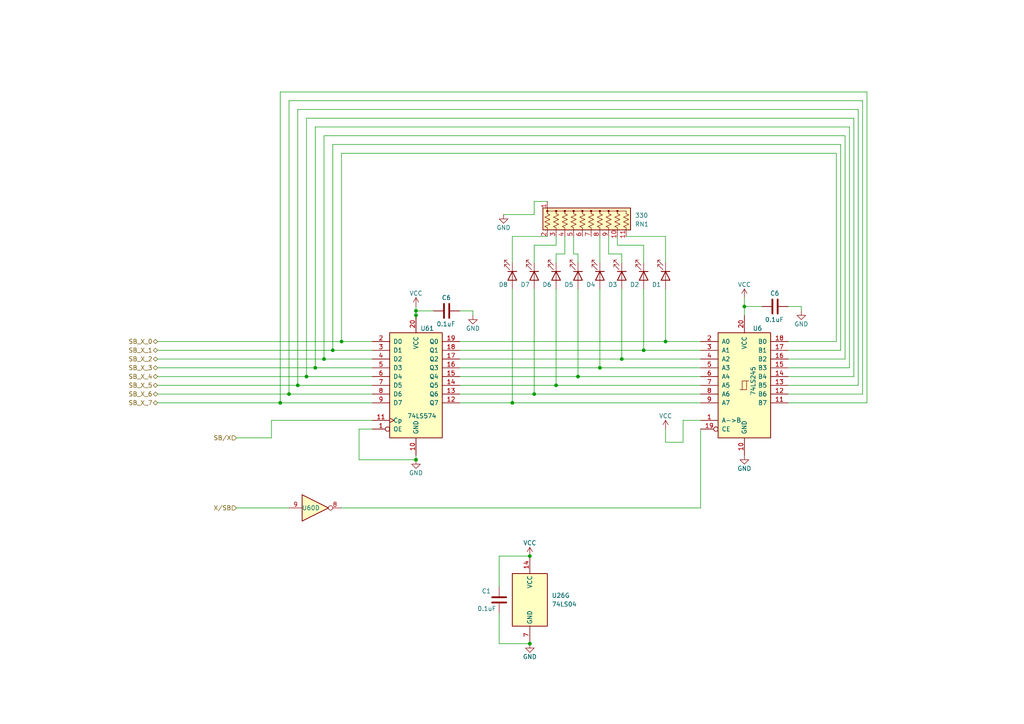
<source format=kicad_sch>
(kicad_sch (version 20230121) (generator eeschema)
  (paper "A4")
  (title_block (title "X Register") (date "2023-07-20") (rev "1"))
  (lib_symbols
    (symbol "74xx:74LS04"
      (property "Reference" "U" (at 0 1.27 0))
      (property "Value" "74LS04" (at 0 -1.27 0))
      (symbol "74LS04_1_0"
        (polyline (pts (xy -3.81 3.81) (xy -3.81 -3.81) (xy 3.81 0) (xy -3.81 3.81)) (stroke (width 0.254)) (fill (type background)))
        (pin input line (at -7.62 0 0) (length 3.81) (name "~") (number "1"))
        (pin output inverted (at 7.62 0 180) (length 3.81) (name "~") (number "2"))
      )
      (symbol "74LS04_2_0"
        (polyline (pts (xy -3.81 3.81) (xy -3.81 -3.81) (xy 3.81 0) (xy -3.81 3.81)) (stroke (width 0.254)) (fill (type background)))
        (pin input line (at -7.62 0 0) (length 3.81) (name "~") (number "3"))
        (pin output inverted (at 7.62 0 180) (length 3.81) (name "~") (number "4"))
      )
      (symbol "74LS04_3_0"
        (polyline (pts (xy -3.81 3.81) (xy -3.81 -3.81) (xy 3.81 0) (xy -3.81 3.81)) (stroke (width 0.254)) (fill (type background)))
        (pin input line (at -7.62 0 0) (length 3.81) (name "~") (number "5"))
        (pin output inverted (at 7.62 0 180) (length 3.81) (name "~") (number "6"))
      )
      (symbol "74LS04_4_0"
        (polyline (pts (xy -3.81 3.81) (xy -3.81 -3.81) (xy 3.81 0) (xy -3.81 3.81)) (stroke (width 0.254)) (fill (type background)))
        (pin output inverted (at 7.62 0 180) (length 3.81) (name "~") (number "8"))
        (pin input line (at -7.62 0 0) (length 3.81) (name "~") (number "9"))
      )
      (symbol "74LS04_5_0"
        (polyline (pts (xy -3.81 3.81) (xy -3.81 -3.81) (xy 3.81 0) (xy -3.81 3.81)) (stroke (width 0.254)) (fill (type background)))
        (pin output inverted (at 7.62 0 180) (length 3.81) (name "~") (number "10"))
        (pin input line (at -7.62 0 0) (length 3.81) (name "~") (number "11"))
      )
      (symbol "74LS04_6_0"
        (polyline (pts (xy -3.81 3.81) (xy -3.81 -3.81) (xy 3.81 0) (xy -3.81 3.81)) (stroke (width 0.254)) (fill (type background)))
        (pin output inverted (at 7.62 0 180) (length 3.81) (name "~") (number "12"))
        (pin input line (at -7.62 0 0) (length 3.81) (name "~") (number "13"))
      )
      (symbol "74LS04_7_0"
        (pin power_in line (at 0 12.7 270) (length 5.08) (name "VCC") (number "14"))
        (pin power_in line (at 0 -12.7 90) (length 5.08) (name "GND") (number "7"))
      )
      (symbol "74LS04_7_1"
        (rectangle (start -5.08 7.62) (end 5.08 -7.62) (stroke (width 0.254)) (fill (type background)))
      )
    )
    (symbol "74xx:74LS245" (pin_names (offset 1.016))
      (property "Reference" "U" (at -7.62 16.51 0))
      (property "Value" "74LS245" (at -7.62 -16.51 0))
      (symbol "74LS245_1_0"
        (polyline (pts (xy -0.635 -1.27) (xy -0.635 1.27) (xy 0.635 1.27)))
        (polyline (pts (xy -1.27 -1.27) (xy 0.635 -1.27) (xy 0.635 1.27) (xy 1.27 1.27)))
        (pin input line (at -12.7 -10.16 0) (length 5.08) (name "A->B") (number "1"))
        (pin power_in line (at 0 -20.32 90) (length 5.08) (name "GND") (number "10"))
        (pin tri_state line (at 12.7 -5.08 180) (length 5.08) (name "B7") (number "11"))
        (pin tri_state line (at 12.7 -2.54 180) (length 5.08) (name "B6") (number "12"))
        (pin tri_state line (at 12.7 0 180) (length 5.08) (name "B5") (number "13"))
        (pin tri_state line (at 12.7 2.54 180) (length 5.08) (name "B4") (number "14"))
        (pin tri_state line (at 12.7 5.08 180) (length 5.08) (name "B3") (number "15"))
        (pin tri_state line (at 12.7 7.62 180) (length 5.08) (name "B2") (number "16"))
        (pin tri_state line (at 12.7 10.16 180) (length 5.08) (name "B1") (number "17"))
        (pin tri_state line (at 12.7 12.7 180) (length 5.08) (name "B0") (number "18"))
        (pin input inverted (at -12.7 -12.7 0) (length 5.08) (name "CE") (number "19"))
        (pin tri_state line (at -12.7 12.7 0) (length 5.08) (name "A0") (number "2"))
        (pin power_in line (at 0 20.32 270) (length 5.08) (name "VCC") (number "20"))
        (pin tri_state line (at -12.7 10.16 0) (length 5.08) (name "A1") (number "3"))
        (pin tri_state line (at -12.7 7.62 0) (length 5.08) (name "A2") (number "4"))
        (pin tri_state line (at -12.7 5.08 0) (length 5.08) (name "A3") (number "5"))
        (pin tri_state line (at -12.7 2.54 0) (length 5.08) (name "A4") (number "6"))
        (pin tri_state line (at -12.7 0 0) (length 5.08) (name "A5") (number "7"))
        (pin tri_state line (at -12.7 -2.54 0) (length 5.08) (name "A6") (number "8"))
        (pin tri_state line (at -12.7 -5.08 0) (length 5.08) (name "A7") (number "9"))
      )
      (symbol "74LS245_1_1"
        (rectangle (start -7.62 15.24) (end 7.62 -15.24) (stroke (width 0.254)) (fill (type background)))
      )
    )
    (symbol "74xx:74LS574" (pin_names (offset 1.016))
      (property "Reference" "U" (at -7.62 16.51 0))
      (property "Value" "74LS574" (at -7.62 -16.51 0))
      (symbol "74LS574_1_0"
        (pin input inverted (at -12.7 -12.7 0) (length 5.08) (name "OE") (number "1"))
        (pin power_in line (at 0 -20.32 90) (length 5.08) (name "GND") (number "10"))
        (pin input clock (at -12.7 -10.16 0) (length 5.08) (name "Cp") (number "11"))
        (pin tri_state line (at 12.7 -5.08 180) (length 5.08) (name "Q7") (number "12"))
        (pin tri_state line (at 12.7 -2.54 180) (length 5.08) (name "Q6") (number "13"))
        (pin tri_state line (at 12.7 0 180) (length 5.08) (name "Q5") (number "14"))
        (pin tri_state line (at 12.7 2.54 180) (length 5.08) (name "Q4") (number "15"))
        (pin tri_state line (at 12.7 5.08 180) (length 5.08) (name "Q3") (number "16"))
        (pin tri_state line (at 12.7 7.62 180) (length 5.08) (name "Q2") (number "17"))
        (pin tri_state line (at 12.7 10.16 180) (length 5.08) (name "Q1") (number "18"))
        (pin tri_state line (at 12.7 12.7 180) (length 5.08) (name "Q0") (number "19"))
        (pin input line (at -12.7 12.7 0) (length 5.08) (name "D0") (number "2"))
        (pin power_in line (at 0 20.32 270) (length 5.08) (name "VCC") (number "20"))
        (pin input line (at -12.7 10.16 0) (length 5.08) (name "D1") (number "3"))
        (pin input line (at -12.7 7.62 0) (length 5.08) (name "D2") (number "4"))
        (pin input line (at -12.7 5.08 0) (length 5.08) (name "D3") (number "5"))
        (pin input line (at -12.7 2.54 0) (length 5.08) (name "D4") (number "6"))
        (pin input line (at -12.7 0 0) (length 5.08) (name "D5") (number "7"))
        (pin input line (at -12.7 -2.54 0) (length 5.08) (name "D6") (number "8"))
        (pin input line (at -12.7 -5.08 0) (length 5.08) (name "D7") (number "9"))
      )
      (symbol "74LS574_1_1"
        (rectangle (start -7.62 15.24) (end 7.62 -15.24) (stroke (width 0.254)) (fill (type background)))
      )
    )
    (symbol "Device:C" (pin_numbers hide) (pin_names (offset 0.254))
      (property "Reference" "C" (at 0.635 2.54 0))
      (property "Value" "C" (at 0.635 -2.54 0))
      (symbol "C_0_1"
        (polyline (pts (xy -2.032 -0.762) (xy 2.032 -0.762)) (stroke (width 0.508)))
        (polyline (pts (xy -2.032 0.762) (xy 2.032 0.762)) (stroke (width 0.508)))
      )
      (symbol "C_1_1"
        (pin passive line (at 0 3.81 270) (length 2.794) (name "~") (number "1"))
        (pin passive line (at 0 -3.81 90) (length 2.794) (name "~") (number "2"))
      )
    )
    (symbol "Device:LED" (pin_numbers hide) (pin_names (offset 1.016) hide)
      (property "Reference" "D" (at 0 2.54 0))
      (property "Value" "LED" (at 0 -2.54 0))
      (symbol "LED_0_1"
        (polyline (pts (xy -1.27 -1.27) (xy -1.27 1.27)) (stroke (width 0.254)))
        (polyline (pts (xy -1.27 0) (xy 1.27 0)))
        (polyline (pts (xy 1.27 -1.27) (xy 1.27 1.27) (xy -1.27 0) (xy 1.27 -1.27)) (stroke (width 0.254)))
        (polyline (pts (xy -3.048 -0.762) (xy -4.572 -2.286) (xy -3.81 -2.286) (xy -4.572 -2.286) (xy -4.572 -1.524)))
        (polyline (pts (xy -1.778 -0.762) (xy -3.302 -2.286) (xy -2.54 -2.286) (xy -3.302 -2.286) (xy -3.302 -1.524)))
      )
      (symbol "LED_1_1"
        (pin passive line (at -3.81 0 0) (length 2.54) (name "K") (number "1"))
        (pin passive line (at 3.81 0 180) (length 2.54) (name "A") (number "2"))
      )
    )
    (symbol "Device:R_Network10_US" (pin_names (offset 0) hide)
      (property "Reference" "RN" (at -15.24 0 90))
      (property "Value" "R_Network10_US" (at 12.7 0 90))
      (symbol "R_Network10_US_0_1"
        (rectangle (start -13.97 -3.175) (end 11.43 3.175) (stroke (width 0.254)) (fill (type background)))
        (circle (center -12.7 2.286) (radius 0.254) (fill (type outline)))
        (circle (center -10.16 2.286) (radius 0.254) (fill (type outline)))
        (circle (center -7.62 2.286) (radius 0.254) (fill (type outline)))
        (circle (center -5.08 2.286) (radius 0.254) (fill (type outline)))
        (circle (center -2.54 2.286) (radius 0.254) (fill (type outline)))
        (polyline (pts (xy -12.7 2.286) (xy 10.16 2.286)))
        (polyline (pts (xy -12.7 2.286) (xy -12.7 1.524) (xy -11.938 1.1684) (xy -13.462 0.508) (xy -11.938 -0.1524) (xy -13.462 -0.8382) (xy -11.938 -1.524) (xy -13.462 -2.1844) (xy -12.7 -2.54) (xy -12.7 -3.81)))
        (polyline (pts (xy -10.16 2.286) (xy -10.16 1.524) (xy -9.398 1.1684) (xy -10.922 0.508) (xy -9.398 -0.1524) (xy -10.922 -0.8382) (xy -9.398 -1.524) (xy -10.922 -2.1844) (xy -10.16 -2.54) (xy -10.16 -3.81)))
        (polyline (pts (xy -7.62 2.286) (xy -7.62 1.524) (xy -6.858 1.1684) (xy -8.382 0.508) (xy -6.858 -0.1524) (xy -8.382 -0.8382) (xy -6.858 -1.524) (xy -8.382 -2.1844) (xy -7.62 -2.54) (xy -7.62 -3.81)))
        (polyline (pts (xy -5.08 2.286) (xy -5.08 1.524) (xy -4.318 1.1684) (xy -5.842 0.508) (xy -4.318 -0.1524) (xy -5.842 -0.8382) (xy -4.318 -1.524) (xy -5.842 -2.1844) (xy -5.08 -2.54) (xy -5.08 -3.81)))
        (polyline (pts (xy -2.54 2.286) (xy -2.54 1.524) (xy -1.778 1.1684) (xy -3.302 0.508) (xy -1.778 -0.1524) (xy -3.302 -0.8382) (xy -1.778 -1.524) (xy -3.302 -2.1844) (xy -2.54 -2.54) (xy -2.54 -3.81)))
        (polyline (pts (xy 0 2.286) (xy 0 1.524) (xy 0.762 1.1684) (xy -0.762 0.508) (xy 0.762 -0.1524) (xy -0.762 -0.8382) (xy 0.762 -1.524) (xy -0.762 -2.1844) (xy 0 -2.54) (xy 0 -3.81)))
        (polyline (pts (xy 2.54 2.286) (xy 2.54 1.524) (xy 3.302 1.1684) (xy 1.778 0.508) (xy 3.302 -0.1524) (xy 1.778 -0.8382) (xy 3.302 -1.524) (xy 1.778 -2.1844) (xy 2.54 -2.54) (xy 2.54 -3.81)))
        (polyline (pts (xy 5.08 2.286) (xy 5.08 1.524) (xy 5.842 1.1684) (xy 4.318 0.508) (xy 5.842 -0.1524) (xy 4.318 -0.8382) (xy 5.842 -1.524) (xy 4.318 -2.1844) (xy 5.08 -2.54) (xy 5.08 -3.81)))
        (polyline (pts (xy 7.62 2.286) (xy 7.62 1.524) (xy 8.382 1.1684) (xy 6.858 0.508) (xy 8.382 -0.1524) (xy 6.858 -0.8382) (xy 8.382 -1.524) (xy 6.858 -2.1844) (xy 7.62 -2.54) (xy 7.62 -3.81)))
        (polyline (pts (xy 10.16 2.286) (xy 10.16 1.524) (xy 10.922 1.1684) (xy 9.398 0.508) (xy 10.922 -0.1524) (xy 9.398 -0.8382) (xy 10.922 -1.524) (xy 9.398 -2.1844) (xy 10.16 -2.54) (xy 10.16 -3.81)))
        (circle (center 0 2.286) (radius 0.254) (fill (type outline)))
        (circle (center 2.54 2.286) (radius 0.254) (fill (type outline)))
        (circle (center 5.08 2.286) (radius 0.254) (fill (type outline)))
        (circle (center 7.62 2.286) (radius 0.254) (fill (type outline)))
      )
      (symbol "R_Network10_US_1_1"
        (pin passive line (at -12.7 5.08 270) (length 2.54) (name "common") (number "1"))
        (pin passive line (at 7.62 -5.08 90) (length 1.27) (name "R9") (number "10"))
        (pin passive line (at 10.16 -5.08 90) (length 1.27) (name "R10") (number "11"))
        (pin passive line (at -12.7 -5.08 90) (length 1.27) (name "R1") (number "2"))
        (pin passive line (at -10.16 -5.08 90) (length 1.27) (name "R2") (number "3"))
        (pin passive line (at -7.62 -5.08 90) (length 1.27) (name "R3") (number "4"))
        (pin passive line (at -5.08 -5.08 90) (length 1.27) (name "R4") (number "5"))
        (pin passive line (at -2.54 -5.08 90) (length 1.27) (name "R5") (number "6"))
        (pin passive line (at 0 -5.08 90) (length 1.27) (name "R6") (number "7"))
        (pin passive line (at 2.54 -5.08 90) (length 1.27) (name "R7") (number "8"))
        (pin passive line (at 5.08 -5.08 90) (length 1.27) (name "R8") (number "9"))
      )
    )
    (symbol "power:GND" (power) (pin_names (offset 0))
      (property "Value" "GND" (at 0 -3.81 0))
      (symbol "GND_0_1"
        (polyline (pts (xy 0 0) (xy 0 -1.27) (xy 1.27 -1.27) (xy 0 -2.54) (xy -1.27 -1.27) (xy 0 -1.27)))
      )
      (symbol "GND_1_1"
        (pin power_in line (at 0 0 270) (length 0) hide (name "GND") (number "1"))
      )
    )
    (symbol "power:VCC" (power) (pin_names (offset 0))
      (property "Value" "VCC" (at 0 3.81 0))
      (symbol "VCC_0_1"
        (polyline (pts (xy -0.762 1.27) (xy 0 2.54)))
        (polyline (pts (xy 0 0) (xy 0 2.54)))
        (polyline (pts (xy 0 2.54) (xy 0.762 1.27)))
      )
      (symbol "VCC_1_1"
        (pin power_in line (at 0 0 90) (length 0) hide (name "VCC") (number "1"))
      )
    )
  )
  (junction (at 154.94 114.3))
  (junction (at 120.65 91.44))
  (junction (at 88.9 109.22))
  (junction (at 99.06 99.06))
  (junction (at 215.9 88.9))
  (junction (at 120.65 90.17))
  (junction (at 96.52 101.6))
  (junction (at 120.65 133.35))
  (junction (at 193.04 99.06))
  (junction (at 173.99 106.68))
  (junction (at 180.34 104.14))
  (junction (at 93.98 104.14))
  (junction (at 161.29 111.76))
  (junction (at 86.36 111.76))
  (junction (at 91.44 106.68))
  (junction (at 81.28 116.84))
  (junction (at 153.67 186.69))
  (junction (at 148.59 116.84))
  (junction (at 167.64 109.22))
  (junction (at 153.67 161.29))
  (junction (at 186.69 101.6))
  (junction (at 83.82 114.3))
  (wire (pts (xy 144.78 186.69) (xy 153.67 186.69)))
  (wire (pts (xy 193.04 83.82) (xy 193.04 99.06)))
  (wire (pts (xy 93.98 39.37) (xy 93.98 104.14)))
  (wire (pts (xy 154.94 58.42) (xy 158.75 58.42)))
  (wire (pts (xy 45.72 101.6) (xy 96.52 101.6)))
  (wire (pts (xy 133.35 99.06) (xy 193.04 99.06)))
  (wire (pts (xy 203.2 147.32) (xy 203.2 124.46)))
  (wire (pts (xy 161.29 71.12) (xy 154.94 71.12)))
  (wire (pts (xy 246.38 106.68) (xy 228.6 106.68)))
  (wire (pts (xy 243.84 41.91) (xy 243.84 101.6)))
  (wire (pts (xy 81.28 26.67) (xy 251.46 26.67)))
  (wire (pts (xy 242.57 44.45) (xy 242.57 99.06)))
  (wire (pts (xy 78.74 121.92) (xy 107.95 121.92)))
  (wire (pts (xy 148.59 83.82) (xy 148.59 116.84)))
  (wire (pts (xy 215.9 88.9) (xy 215.9 91.44)))
  (wire (pts (xy 88.9 34.29) (xy 88.9 109.22)))
  (wire (pts (xy 99.06 147.32) (xy 203.2 147.32)))
  (wire (pts (xy 193.04 99.06) (xy 203.2 99.06)))
  (wire (pts (xy 163.83 73.66) (xy 161.29 73.66)))
  (wire (pts (xy 133.35 109.22) (xy 167.64 109.22)))
  (wire (pts (xy 93.98 104.14) (xy 107.95 104.14)))
  (wire (pts (xy 245.11 104.14) (xy 228.6 104.14)))
  (wire (pts (xy 96.52 101.6) (xy 107.95 101.6)))
  (wire (pts (xy 228.6 116.84) (xy 251.46 116.84)))
  (wire (pts (xy 215.9 88.9) (xy 220.98 88.9)))
  (wire (pts (xy 144.78 170.18) (xy 144.78 161.29)))
  (wire (pts (xy 154.94 83.82) (xy 154.94 114.3)))
  (wire (pts (xy 247.65 109.22) (xy 228.6 109.22)))
  (wire (pts (xy 167.64 109.22) (xy 203.2 109.22)))
  (wire (pts (xy 45.72 111.76) (xy 86.36 111.76)))
  (wire (pts (xy 198.12 128.27) (xy 198.12 121.92)))
  (wire (pts (xy 180.34 83.82) (xy 180.34 104.14)))
  (wire (pts (xy 186.69 83.82) (xy 186.69 101.6)))
  (wire (pts (xy 173.99 106.68) (xy 203.2 106.68)))
  (wire (pts (xy 68.58 127) (xy 78.74 127)))
  (wire (pts (xy 154.94 71.12) (xy 154.94 76.2)))
  (wire (pts (xy 243.84 101.6) (xy 228.6 101.6)))
  (wire (pts (xy 99.06 99.06) (xy 107.95 99.06)))
  (wire (pts (xy 88.9 109.22) (xy 107.95 109.22)))
  (wire (pts (xy 83.82 29.21) (xy 83.82 114.3)))
  (wire (pts (xy 104.14 133.35) (xy 104.14 124.46)))
  (wire (pts (xy 93.98 39.37) (xy 245.11 39.37)))
  (wire (pts (xy 148.59 116.84) (xy 203.2 116.84)))
  (wire (pts (xy 154.94 62.23) (xy 154.94 58.42)))
  (wire (pts (xy 86.36 31.75) (xy 86.36 111.76)))
  (wire (pts (xy 144.78 161.29) (xy 153.67 161.29)))
  (wire (pts (xy 167.64 83.82) (xy 167.64 109.22)))
  (wire (pts (xy 133.35 90.17) (xy 137.16 90.17)))
  (wire (pts (xy 251.46 116.84) (xy 251.46 26.67)))
  (wire (pts (xy 179.07 71.12) (xy 186.69 71.12)))
  (wire (pts (xy 176.53 73.66) (xy 180.34 73.66)))
  (wire (pts (xy 81.28 116.84) (xy 107.95 116.84)))
  (wire (pts (xy 246.38 36.83) (xy 246.38 106.68)))
  (wire (pts (xy 248.92 31.75) (xy 248.92 111.76)))
  (wire (pts (xy 99.06 44.45) (xy 99.06 99.06)))
  (wire (pts (xy 91.44 36.83) (xy 91.44 106.68)))
  (wire (pts (xy 120.65 90.17) (xy 125.73 90.17)))
  (wire (pts (xy 167.64 76.2) (xy 167.64 73.66)))
  (wire (pts (xy 232.41 88.9) (xy 232.41 90.17)))
  (wire (pts (xy 173.99 68.58) (xy 173.99 76.2)))
  (wire (pts (xy 45.72 116.84) (xy 81.28 116.84)))
  (wire (pts (xy 120.65 133.35) (xy 120.65 132.08)))
  (wire (pts (xy 133.35 111.76) (xy 161.29 111.76)))
  (wire (pts (xy 133.35 114.3) (xy 154.94 114.3)))
  (wire (pts (xy 86.36 111.76) (xy 107.95 111.76)))
  (wire (pts (xy 81.28 26.67) (xy 81.28 116.84)))
  (wire (pts (xy 45.72 104.14) (xy 93.98 104.14)))
  (wire (pts (xy 133.35 104.14) (xy 180.34 104.14)))
  (wire (pts (xy 193.04 128.27) (xy 198.12 128.27)))
  (wire (pts (xy 186.69 71.12) (xy 186.69 76.2)))
  (wire (pts (xy 45.72 109.22) (xy 88.9 109.22)))
  (wire (pts (xy 91.44 106.68) (xy 107.95 106.68)))
  (wire (pts (xy 133.35 106.68) (xy 173.99 106.68)))
  (wire (pts (xy 242.57 99.06) (xy 228.6 99.06)))
  (wire (pts (xy 158.75 68.58) (xy 148.59 68.58)))
  (wire (pts (xy 96.52 41.91) (xy 243.84 41.91)))
  (wire (pts (xy 161.29 73.66) (xy 161.29 76.2)))
  (wire (pts (xy 181.61 68.58) (xy 193.04 68.58)))
  (wire (pts (xy 107.95 124.46) (xy 104.14 124.46)))
  (wire (pts (xy 91.44 36.83) (xy 246.38 36.83)))
  (wire (pts (xy 193.04 124.46) (xy 193.04 128.27)))
  (wire (pts (xy 180.34 104.14) (xy 203.2 104.14)))
  (wire (pts (xy 180.34 73.66) (xy 180.34 76.2)))
  (wire (pts (xy 154.94 114.3) (xy 203.2 114.3)))
  (wire (pts (xy 163.83 68.58) (xy 163.83 73.66)))
  (wire (pts (xy 45.72 99.06) (xy 99.06 99.06)))
  (wire (pts (xy 45.72 106.68) (xy 91.44 106.68)))
  (wire (pts (xy 245.11 39.37) (xy 245.11 104.14)))
  (wire (pts (xy 250.19 29.21) (xy 250.19 114.3)))
  (wire (pts (xy 133.35 116.84) (xy 148.59 116.84)))
  (wire (pts (xy 137.16 90.17) (xy 137.16 91.44)))
  (wire (pts (xy 83.82 114.3) (xy 107.95 114.3)))
  (wire (pts (xy 148.59 68.58) (xy 148.59 76.2)))
  (wire (pts (xy 179.07 71.12) (xy 179.07 68.58)))
  (wire (pts (xy 161.29 83.82) (xy 161.29 111.76)))
  (wire (pts (xy 88.9 34.29) (xy 247.65 34.29)))
  (wire (pts (xy 228.6 88.9) (xy 232.41 88.9)))
  (wire (pts (xy 83.82 29.21) (xy 250.19 29.21)))
  (wire (pts (xy 247.65 34.29) (xy 247.65 109.22)))
  (wire (pts (xy 133.35 101.6) (xy 186.69 101.6)))
  (wire (pts (xy 248.92 111.76) (xy 228.6 111.76)))
  (wire (pts (xy 193.04 68.58) (xy 193.04 76.2)))
  (wire (pts (xy 161.29 71.12) (xy 161.29 68.58)))
  (wire (pts (xy 173.99 83.82) (xy 173.99 106.68)))
  (wire (pts (xy 146.05 62.23) (xy 154.94 62.23)))
  (wire (pts (xy 120.65 133.35) (xy 104.14 133.35)))
  (wire (pts (xy 186.69 101.6) (xy 203.2 101.6)))
  (wire (pts (xy 144.78 177.8) (xy 144.78 186.69)))
  (wire (pts (xy 166.37 73.66) (xy 166.37 68.58)))
  (wire (pts (xy 198.12 121.92) (xy 203.2 121.92)))
  (wire (pts (xy 68.58 147.32) (xy 83.82 147.32)))
  (wire (pts (xy 120.65 91.44) (xy 120.65 92.71)))
  (wire (pts (xy 120.65 90.17) (xy 120.65 91.44)))
  (wire (pts (xy 167.64 73.66) (xy 166.37 73.66)))
  (wire (pts (xy 250.19 114.3) (xy 228.6 114.3)))
  (wire (pts (xy 86.36 31.75) (xy 248.92 31.75)))
  (wire (pts (xy 99.06 44.45) (xy 242.57 44.45)))
  (wire (pts (xy 161.29 111.76) (xy 203.2 111.76)))
  (wire (pts (xy 96.52 41.91) (xy 96.52 101.6)))
  (wire (pts (xy 176.53 68.58) (xy 176.53 73.66)))
  (wire (pts (xy 78.74 127) (xy 78.74 121.92)))
  (wire (pts (xy 215.9 86.36) (xy 215.9 88.9)))
  (wire (pts (xy 120.65 88.9) (xy 120.65 90.17)))
  (wire (pts (xy 45.72 114.3) (xy 83.82 114.3)))
  (hierarchical_label "SB_X_3" (shape bidirectional) (at 45.72 106.68 180))
  (hierarchical_label "X{slash}SB" (shape input) (at 68.58 147.32 180))
  (hierarchical_label "SB{slash}X" (shape input) (at 68.58 127 180))
  (hierarchical_label "SB_X_1" (shape bidirectional) (at 45.72 101.6 180))
  (hierarchical_label "SB_X_0" (shape bidirectional) (at 45.72 99.06 180))
  (hierarchical_label "SB_X_7" (shape bidirectional) (at 45.72 116.84 180))
  (hierarchical_label "SB_X_6" (shape bidirectional) (at 45.72 114.3 180))
  (hierarchical_label "SB_X_5" (shape bidirectional) (at 45.72 111.76 180))
  (hierarchical_label "SB_X_2" (shape bidirectional) (at 45.72 104.14 180))
  (hierarchical_label "SB_X_4" (shape bidirectional) (at 45.72 109.22 180))
  (symbol (lib_id "74xx:74LS04") (at 91.44 147.32 0) (unit 4)
    (property "Reference" "U60" (at 90.17 147.32 0))
    (property "Value" "74LS04" (effects hide))
    (property "Datasheet" "http://www.ti.com/lit/gpn/sn74LS04" (effects hide))
  )
  (symbol (lib_id "Device:LED") (at 148.59 80.01 270) (unit 1)
    (property "Reference" "D8" (at 147.32 82.55 90) (effects (justify right)))
    (property "Value" "LED" (effects hide))
    (instances (project "8bit_CPU-V0_1" (path "" (reference "D8") (unit 1)) (path "" (reference "D24") (unit 1)) (path "" (reference "D36") (unit 1))))
  )
  (symbol (lib_id "Device:LED") (at 173.99 80.01 270) (unit 1)
    (property "Reference" "D4" (at 172.72 82.55 90) (effects (justify right)))
    (property "Value" "LED" (effects hide))
    (instances (project "8bit_CPU-V0_1" (path "" (reference "D4") (unit 1)) (path "" (reference "D20") (unit 1)) (path "" (reference "D40") (unit 1))))
  )
  (symbol (lib_id "power:GND") (at 232.41 90.17 0) (unit 1)
    (property "Reference" "#PWR017" (effects hide))
    (property "Value" "GND" (at 232.41 93.98 0))
    (instances (project "8bit_CPU-V0_1" (path "" (reference "#PWR017") (unit 1)) (path "" (reference "#PWR044") (unit 1)) (path "" (reference "#PWR065") (unit 1)) (path "" (reference "#PWR077") (unit 1)) (path "" (reference "#PWR089") (unit 1)) (path "" (reference "#PWR097") (unit 1)) (path "" (reference "#PWR0119") (unit 1)) (path "" (reference "#PWR0227") (unit 1))))
  )
  (symbol (lib_id "power:GND") (at 137.16 91.44 0) (unit 1)
    (property "Reference" "#PWR017" (effects hide))
    (property "Value" "GND" (at 137.16 95.25 0))
    (instances (project "8bit_CPU-V0_1" (path "" (reference "#PWR017") (unit 1)) (path "" (reference "#PWR038") (unit 1)) (path "" (reference "#PWR0160") (unit 1)) (path "" (reference "#PWR0193") (unit 1)) (path "" (reference "#PWR0207") (unit 1))))
  )
  (symbol (lib_id "Device:C") (at 224.79 88.9 90) (unit 1)
    (property "Reference" "C6" (at 226.06 85.09 90) (effects (justify left)))
    (property "Value" "0.1uF" (at 227.33 92.71 90) (effects (justify left)))
    (instances (project "8bit_CPU-V0_1" (path "" (reference "C6") (unit 1)) (path "" (reference "C16") (unit 1)) (path "" (reference "C13") (unit 1)) (path "" (reference "C26") (unit 1)) (path "" (reference "C31") (unit 1)) (path "" (reference "C33") (unit 1)) (path "" (reference "C37") (unit 1)) (path "" (reference "C77") (unit 1))))
  )
  (symbol (lib_id "power:GND") (at 215.9 132.08 0) (unit 1)
    (property "Reference" "#PWR021" (effects hide))
    (property "Value" "GND" (at 215.9 135.89 0))
    (instances (project "8bit_CPU-V0_1" (path "" (reference "#PWR021") (unit 1)) (path "" (reference "#PWR042") (unit 1)) (path "" (reference "#PWR029") (unit 1)) (path "" (reference "#PWR075") (unit 1)) (path "" (reference "#PWR087") (unit 1)) (path "" (reference "#PWR095") (unit 1)) (path "" (reference "#PWR0115") (unit 1)) (path "" (reference "#PWR0226") (unit 1))))
  )
  (symbol (lib_id "power:GND") (at 153.67 186.69 0) (unit 1)
    (property "Reference" "#PWR05" (effects hide))
    (property "Value" "GND" (at 153.67 190.5 0))
    (instances (project "8bit_CPU-V0_1" (path "" (reference "#PWR05") (unit 1)) (path "" (reference "#PWR029") (unit 1)) (path "" (reference "#PWR057") (unit 1)) (path "" (reference "#PWR0203") (unit 1))))
  )
  (symbol (lib_id "Device:LED") (at 186.69 80.01 270) (unit 1)
    (property "Reference" "D2" (at 185.42 82.55 90) (effects (justify right)))
    (property "Value" "LED" (effects hide))
    (instances (project "8bit_CPU-V0_1" (path "" (reference "D2") (unit 1)) (path "" (reference "D18") (unit 1)) (path "" (reference "D42") (unit 1))))
  )
  (symbol (lib_id "Device:LED") (at 154.94 80.01 270) (unit 1)
    (property "Reference" "D7" (at 153.67 82.55 90) (effects (justify right)))
    (property "Value" "LED" (effects hide))
    (instances (project "8bit_CPU-V0_1" (path "" (reference "D7") (unit 1)) (path "" (reference "D23") (unit 1)) (path "" (reference "D37") (unit 1))))
  )
  (symbol (lib_id "74xx:74LS245") (at 215.9 111.76 0) (unit 1)
    (property "Reference" "U6" (at 219.71 95.25 0))
    (property "Value" "74LS245" (at 218.44 110.49 90))
    (property "Datasheet" "http://www.ti.com/lit/gpn/sn74LS245" (effects hide))
    (instances (project "8bit_CPU-V0_1" (path "" (reference "U6") (unit 1)) (path "" (reference "U16") (unit 1)) (path "" (reference "U13") (unit 1)) (path "" (reference "U28") (unit 1)) (path "" (reference "U32") (unit 1)) (path "" (reference "U34") (unit 1)) (path "" (reference "U37") (unit 1)) (path "" (reference "U77") (unit 1))))
  )
  (symbol (lib_id "Device:LED") (at 161.29 80.01 270) (unit 1)
    (property "Reference" "D6" (at 160.02 82.55 90) (effects (justify right)))
    (property "Value" "LED" (effects hide))
    (instances (project "8bit_CPU-V0_1" (path "" (reference "D6") (unit 1)) (path "" (reference "D22") (unit 1)) (path "" (reference "D38") (unit 1))))
  )
  (symbol (lib_id "Device:C") (at 129.54 90.17 90) (unit 1)
    (property "Reference" "C6" (at 130.81 86.36 90) (effects (justify left)))
    (property "Value" "0.1uF" (at 132.08 93.98 90) (effects (justify left)))
    (instances (project "8bit_CPU-V0_1" (path "" (reference "C6") (unit 1)) (path "" (reference "C12") (unit 1)) (path "" (reference "C56") (unit 1)) (path "" (reference "C46") (unit 1)) (path "" (reference "C61") (unit 1))))
  )
  (symbol (lib_id "power:VCC") (at 120.65 88.9 0) (unit 1)
    (property "Reference" "#PWR016" (effects hide))
    (property "Value" "VCC" (at 120.65 85.09 0))
    (instances (project "8bit_CPU-V0_1" (path "" (reference "#PWR016") (unit 1)) (path "" (reference "#PWR035") (unit 1)) (path "" (reference "#PWR0158") (unit 1)) (path "" (reference "#PWR0194") (unit 1)) (path "" (reference "#PWR0206") (unit 1))))
  )
  (symbol (lib_id "Device:LED") (at 180.34 80.01 270) (unit 1)
    (property "Reference" "D3" (at 179.07 82.55 90) (effects (justify right)))
    (property "Value" "LED" (effects hide))
    (instances (project "8bit_CPU-V0_1" (path "" (reference "D3") (unit 1)) (path "" (reference "D19") (unit 1)) (path "" (reference "D41") (unit 1))))
  )
  (symbol (lib_id "power:VCC") (at 153.67 161.29 0) (unit 1)
    (property "Reference" "#PWR06" (effects hide))
    (property "Value" "VCC" (at 153.67 157.48 0))
    (instances (project "8bit_CPU-V0_1" (path "" (reference "#PWR06") (unit 1)) (path "" (reference "#PWR028") (unit 1)) (path "" (reference "#PWR056") (unit 1)) (path "" (reference "#PWR0202") (unit 1))))
  )
  (symbol (lib_id "power:GND") (at 146.05 62.23 0) (unit 1)
    (property "Reference" "#PWR03" (effects hide))
    (property "Value" "GND" (at 146.05 66.04 0))
    (instances (project "8bit_CPU-V0_1" (path "" (reference "#PWR03") (unit 1)) (path "" (reference "#PWR0106") (unit 1)) (path "" (reference "#PWR0232") (unit 1))))
  )
  (symbol (lib_id "power:VCC") (at 215.9 86.36 0) (unit 1)
    (property "Reference" "#PWR016" (effects hide))
    (property "Value" "VCC" (at 215.9 82.55 0))
    (instances (project "8bit_CPU-V0_1" (path "" (reference "#PWR016") (unit 1)) (path "" (reference "#PWR043") (unit 1)) (path "" (reference "#PWR064") (unit 1)) (path "" (reference "#PWR076") (unit 1)) (path "" (reference "#PWR088") (unit 1)) (path "" (reference "#PWR096") (unit 1)) (path "" (reference "#PWR0117") (unit 1)) (path "" (reference "#PWR0225") (unit 1))))
  )
  (symbol (lib_id "Device:LED") (at 193.04 80.01 270) (unit 1)
    (property "Reference" "D1" (at 191.77 82.55 90) (effects (justify right)))
    (property "Value" "LED" (effects hide))
    (instances (project "8bit_CPU-V0_1" (path "" (reference "D1") (unit 1)) (path "" (reference "D17") (unit 1)) (path "" (reference "D43") (unit 1))))
  )
  (symbol (lib_id "power:GND") (at 120.65 133.35 0) (unit 1)
    (property "Reference" "#PWR05" (effects hide))
    (property "Value" "GND" (at 120.65 137.16 0))
    (instances (project "8bit_CPU-V0_1" (path "" (reference "#PWR05") (unit 1)) (path "" (reference "#PWR029") (unit 1)) (path "" (reference "#PWR057") (unit 1)) (path "" (reference "#PWR0204") (unit 1))))
  )
  (symbol (lib_id "74xx:74LS574") (at 120.65 111.76 0) (unit 1)
    (property "Reference" "U61" (at 121.92 95.25 0) (effects (justify left)))
    (property "Value" "74LS574" (at 118.11 120.65 0) (effects (justify left)))
    (property "Datasheet" "http://www.ti.com/lit/gpn/sn74LS574" (effects hide))
  )
  (symbol (lib_id "Device:R_Network10_US") (at 171.45 63.5 0) (unit 1)
    (property "Reference" "RN1" (at 184.15 65.024 0) (effects (justify left)))
    (property "Value" "330" (at 184.15 62.484 0) (effects (justify left)))
    (property "Footprint" "Resistor_THT:R_Array_SIP11" (effects hide))
    (property "Datasheet" "http://www.vishay.com/docs/31509/csc.pdf" (effects hide))
    (instances (project "8bit_CPU-V0_1" (path "" (reference "RN1") (unit 1)) (path "" (reference "RN4") (unit 1)) (path "" (reference "RN6") (unit 1))))
  )
  (symbol (lib_id "power:VCC") (at 193.04 124.46 0) (unit 1)
    (property "Reference" "#PWR016" (effects hide))
    (property "Value" "VCC" (at 193.04 120.65 0))
    (instances (project "8bit_CPU-V0_1" (path "" (reference "#PWR016") (unit 1)) (path "" (reference "#PWR043") (unit 1)) (path "" (reference "#PWR064") (unit 1)) (path "" (reference "#PWR076") (unit 1)) (path "" (reference "#PWR088") (unit 1)) (path "" (reference "#PWR096") (unit 1)) (path "" (reference "#PWR0112") (unit 1)) (path "" (reference "#PWR0224") (unit 1))))
  )
  (symbol (lib_id "Device:C") (at 144.78 173.99 0) (unit 1)
    (property "Reference" "C1" (at 139.7 171.45 0) (effects (justify left)))
    (property "Value" "0.1uF" (at 138.43 176.53 0) (effects (justify left)))
    (instances (project "8bit_CPU-V0_1" (path "" (reference "C1") (unit 1)) (path "" (reference "C13") (unit 1)) (path "" (reference "C26") (unit 1)) (path "" (reference "C60") (unit 1))))
  )
  (symbol (lib_id "Device:LED") (at 167.64 80.01 270) (unit 1)
    (property "Reference" "D5" (at 166.37 82.55 90) (effects (justify right)))
    (property "Value" "LED" (effects hide))
    (instances (project "8bit_CPU-V0_1" (path "" (reference "D5") (unit 1)) (path "" (reference "D21") (unit 1)) (path "" (reference "D39") (unit 1))))
  )
  (symbol (lib_id "74xx:74LS04") (at 153.67 173.99 0) (unit 7)
    (property "Reference" "U26" (at 160.02 172.72 0) (effects (justify left)))
    (property "Value" "74LS04" (at 160.02 175.26 0) (effects (justify left)))
    (property "Datasheet" "http://www.ti.com/lit/gpn/sn74LS04" (effects hide))
    (instances (project "8bit_CPU-V0_1" (path "" (reference "U26") (unit 7)) (path "" (reference "U60") (unit 7))))
  )
)
</source>
